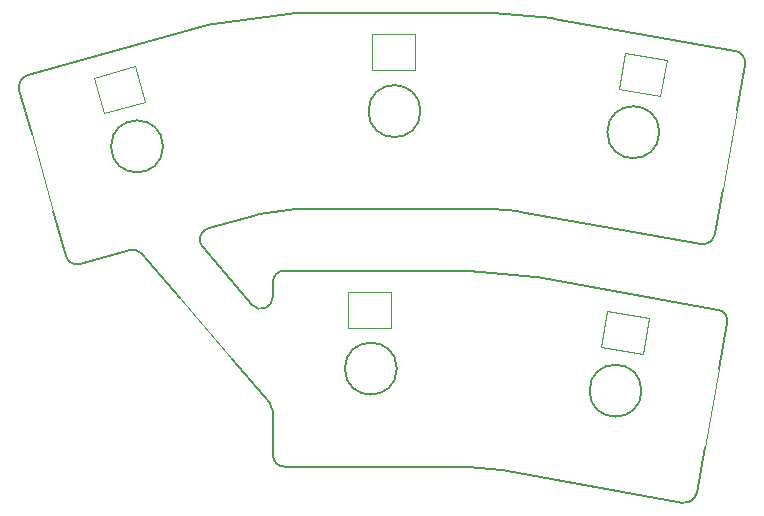
<source format=gbr>
%TF.GenerationSoftware,KiCad,Pcbnew,(6.99.0-4085-g6c752680d7)*%
%TF.CreationDate,2022-11-14T16:54:03+08:00*%
%TF.ProjectId,flex_thumbs_right,666c6578-5f74-4687-956d-62735f726967,rev?*%
%TF.SameCoordinates,Original*%
%TF.FileFunction,Profile,NP*%
%FSLAX46Y46*%
G04 Gerber Fmt 4.6, Leading zero omitted, Abs format (unit mm)*
G04 Created by KiCad (PCBNEW (6.99.0-4085-g6c752680d7)) date 2022-11-14 16:54:03*
%MOMM*%
%LPD*%
G01*
G04 APERTURE LIST*
%TA.AperFunction,Profile*%
%ADD10C,0.050000*%
%TD*%
%TA.AperFunction,Profile*%
%ADD11C,0.200000*%
%TD*%
%TA.AperFunction,Profile*%
%ADD12C,0.120000*%
%TD*%
G04 APERTURE END LIST*
D10*
X75250344Y-93177112D02*
X79640467Y-98304401D01*
X120891876Y-99153699D02*
X119684960Y-105794918D01*
X122390572Y-77242921D02*
X121206857Y-83888314D01*
D11*
X121593670Y-95291957D02*
X120891876Y-99153699D01*
D10*
X64523044Y-85791608D02*
X62707852Y-79290272D01*
D11*
X62346568Y-74277780D02*
G75*
G03*
X61652318Y-75509852I269150J-963296D01*
G01*
X103956491Y-85822019D02*
X101750080Y-85627051D01*
X82865743Y-102071218D02*
X79640467Y-98304401D01*
X81346563Y-93719122D02*
G75*
G03*
X83106155Y-93068750I759543J650533D01*
G01*
X72025034Y-89410347D02*
G75*
G03*
X70996568Y-89097536I-759619J-650379D01*
G01*
X84106130Y-90823163D02*
X99661172Y-90823169D01*
X95606109Y-77323171D02*
G75*
G03*
X95606109Y-77323171I-2199980J0D01*
G01*
X121593715Y-95291965D02*
G75*
G03*
X120788586Y-94129252I-983888J178815D01*
G01*
X65578520Y-89572036D02*
G75*
G03*
X66810641Y-90266276I963203J268981D01*
G01*
X102427069Y-107668397D02*
X99750928Y-107427192D01*
X81770311Y-86089457D02*
X77666981Y-87235129D01*
X101750067Y-69027057D02*
X106867580Y-69479265D01*
X99750929Y-90827206D02*
X105395190Y-91335905D01*
X117820461Y-110461751D02*
X102516124Y-107680470D01*
X105484246Y-91347985D02*
G75*
G03*
X105395190Y-91335906I-178895J-984628D01*
G01*
X62346565Y-74277768D02*
X77306237Y-70100963D01*
X83106155Y-93068750D02*
X83106147Y-91823166D01*
X65578557Y-89572023D02*
X64523044Y-85791608D01*
X73809699Y-80308906D02*
G75*
G03*
X73809699Y-80308906I-2200004J0D01*
G01*
X77176320Y-88848677D02*
X81346550Y-93719133D01*
X106954920Y-69490885D02*
X122269755Y-72218883D01*
X77666969Y-87235087D02*
G75*
G03*
X77176320Y-88848677I268905J-963158D01*
G01*
X85038587Y-85632411D02*
X81903510Y-86061852D01*
X123078908Y-73378749D02*
X122390572Y-77242921D01*
X83106144Y-106423166D02*
X83106148Y-102721610D01*
X106954922Y-69490882D02*
G75*
G03*
X106867580Y-69479265I-175947J-988728D01*
G01*
X105484246Y-91347985D02*
X120788586Y-94129252D01*
X84106130Y-90823170D02*
G75*
G03*
X83106147Y-91823166I21J-1000004D01*
G01*
X85174313Y-69023168D02*
X101662042Y-69023159D01*
X119358679Y-88561617D02*
X104043839Y-85833636D01*
X77439447Y-70073364D02*
G75*
G03*
X77306237Y-70100963I136330J-993284D01*
G01*
X121206857Y-83888314D02*
X120518539Y-87752478D01*
X85174311Y-69023167D02*
G75*
G03*
X85038597Y-69032422I-41J-999076D01*
G01*
X119684960Y-105794918D02*
X118983164Y-109656672D01*
X99750929Y-90827210D02*
G75*
G03*
X99661172Y-90823169I-89622J-991724D01*
G01*
X123078872Y-73378740D02*
G75*
G03*
X122269755Y-72218883I-984502J175359D01*
G01*
X99750931Y-107427202D02*
G75*
G03*
X99661163Y-107423160I-89675J-992827D01*
G01*
X70996568Y-89097535D02*
X66810641Y-90266277D01*
X117820458Y-110461766D02*
G75*
G03*
X118983164Y-109656672I178803J983904D01*
G01*
X101662059Y-85623166D02*
X85174310Y-85623169D01*
X62707852Y-79290272D02*
X61652317Y-75509852D01*
X99661163Y-107423160D02*
X84106147Y-107423165D01*
X101750075Y-85627052D02*
G75*
G03*
X101662059Y-85623166I-87705J-987899D01*
G01*
X115827342Y-79110070D02*
G75*
G03*
X115827342Y-79110070I-2200003J0D01*
G01*
X81903510Y-86061849D02*
G75*
G03*
X81770311Y-86089457I135044J-986652D01*
G01*
X102516123Y-107680477D02*
G75*
G03*
X102427069Y-107668397I-178377J-980683D01*
G01*
X75250344Y-93177112D02*
X72025072Y-89410318D01*
X77439447Y-70073366D02*
X85038597Y-69032421D01*
X101750067Y-69027055D02*
G75*
G03*
X101662042Y-69023159I-88131J-994737D01*
G01*
X119358682Y-88561589D02*
G75*
G03*
X120518538Y-87752478I175333J984541D01*
G01*
X83106207Y-106423166D02*
G75*
G03*
X84106147Y-107423165I999980J-19D01*
G01*
X93606154Y-99123172D02*
G75*
G03*
X93606154Y-99123172I-2200006J0D01*
G01*
X114322168Y-100990242D02*
G75*
G03*
X114322168Y-100990242I-2199993J0D01*
G01*
X104043839Y-85833638D02*
G75*
G03*
X103956491Y-85822020I-174941J-981108D01*
G01*
X85174310Y-85623171D02*
G75*
G03*
X85038587Y-85632412I172J-1003875D01*
G01*
X83106127Y-102721610D02*
G75*
G03*
X82865743Y-102071218I-999728J120D01*
G01*
D12*
%TO.C,D4*%
X93103316Y-95718091D02*
X93103316Y-92618091D01*
X93103316Y-92618091D02*
X89503316Y-92618091D01*
X89503316Y-95718091D02*
X93103316Y-95718091D01*
X89503316Y-92618091D02*
X89503316Y-95718091D01*
%TO.C,D10*%
X91535314Y-70774092D02*
X91535314Y-73874092D01*
X91535314Y-73874092D02*
X95135314Y-73874092D01*
X95135314Y-70774092D02*
X91535314Y-70774092D01*
X95135314Y-73874092D02*
X95135314Y-70774092D01*
%TO.C,D12*%
X112918457Y-72389825D02*
X112380147Y-75442729D01*
X112380147Y-75442729D02*
X115925455Y-76067863D01*
X116463765Y-73014959D02*
X112918457Y-72389825D01*
X115925455Y-76067863D02*
X116463765Y-73014959D01*
%TO.C,D2*%
X114452256Y-97911869D02*
X114990566Y-94858965D01*
X114990566Y-94858965D02*
X111445258Y-94233831D01*
X110906948Y-97286735D02*
X114452256Y-97911869D01*
X111445258Y-94233831D02*
X110906948Y-97286735D01*
%TO.C,D7*%
X67999218Y-74521485D02*
X68853694Y-77501396D01*
X68853694Y-77501396D02*
X72314236Y-76509101D01*
X71459760Y-73529190D02*
X67999218Y-74521485D01*
X72314236Y-76509101D02*
X71459760Y-73529190D01*
%TD*%
M02*

</source>
